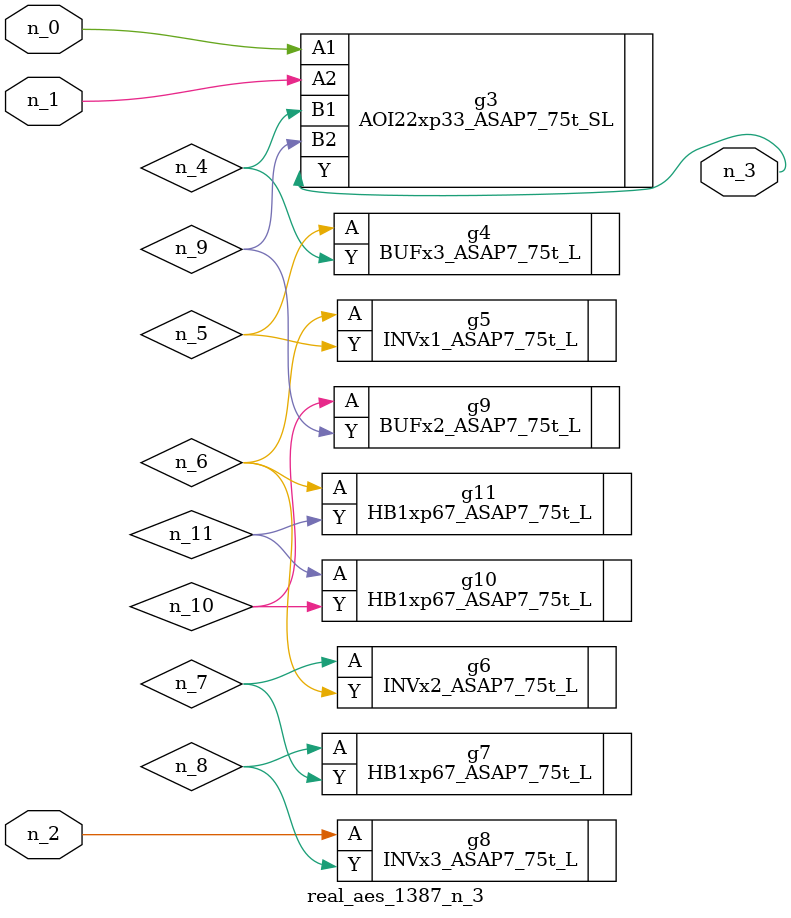
<source format=v>
module real_aes_1387_n_3 (n_0, n_2, n_1, n_3);
input n_0;
input n_2;
input n_1;
output n_3;
wire n_4;
wire n_5;
wire n_7;
wire n_9;
wire n_6;
wire n_8;
wire n_10;
wire n_11;
AOI22xp33_ASAP7_75t_SL g3 ( .A1(n_0), .A2(n_1), .B1(n_4), .B2(n_9), .Y(n_3) );
INVx3_ASAP7_75t_L g8 ( .A(n_2), .Y(n_8) );
BUFx3_ASAP7_75t_L g4 ( .A(n_5), .Y(n_4) );
INVx1_ASAP7_75t_L g5 ( .A(n_6), .Y(n_5) );
HB1xp67_ASAP7_75t_L g11 ( .A(n_6), .Y(n_11) );
INVx2_ASAP7_75t_L g6 ( .A(n_7), .Y(n_6) );
HB1xp67_ASAP7_75t_L g7 ( .A(n_8), .Y(n_7) );
BUFx2_ASAP7_75t_L g9 ( .A(n_10), .Y(n_9) );
HB1xp67_ASAP7_75t_L g10 ( .A(n_11), .Y(n_10) );
endmodule
</source>
